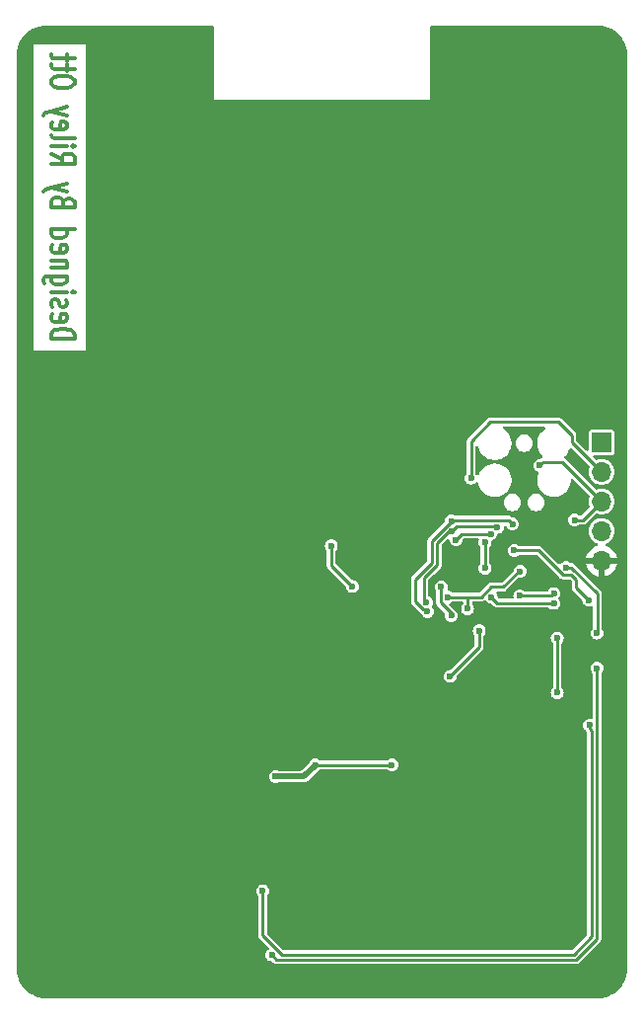
<source format=gbr>
%TF.GenerationSoftware,KiCad,Pcbnew,8.0.1*%
%TF.CreationDate,2024-05-16T01:37:04-04:00*%
%TF.ProjectId,opensauce2024,6f70656e-7361-4756-9365-323032342e6b,rev?*%
%TF.SameCoordinates,Original*%
%TF.FileFunction,Copper,L2,Bot*%
%TF.FilePolarity,Positive*%
%FSLAX46Y46*%
G04 Gerber Fmt 4.6, Leading zero omitted, Abs format (unit mm)*
G04 Created by KiCad (PCBNEW 8.0.1) date 2024-05-16 01:37:04*
%MOMM*%
%LPD*%
G01*
G04 APERTURE LIST*
%ADD10C,0.300000*%
%TA.AperFunction,NonConductor*%
%ADD11C,0.300000*%
%TD*%
%TA.AperFunction,ComponentPad*%
%ADD12R,1.700000X1.700000*%
%TD*%
%TA.AperFunction,ComponentPad*%
%ADD13O,1.700000X1.700000*%
%TD*%
%TA.AperFunction,ViaPad*%
%ADD14C,0.600000*%
%TD*%
%TA.AperFunction,Conductor*%
%ADD15C,0.500000*%
%TD*%
%TA.AperFunction,Conductor*%
%ADD16C,0.250000*%
%TD*%
G04 APERTURE END LIST*
D10*
D11*
X118260361Y-83945489D02*
X120260361Y-83945489D01*
X120260361Y-83945489D02*
X120260361Y-83588346D01*
X120260361Y-83588346D02*
X120165123Y-83374060D01*
X120165123Y-83374060D02*
X119974647Y-83231203D01*
X119974647Y-83231203D02*
X119784171Y-83159774D01*
X119784171Y-83159774D02*
X119403219Y-83088346D01*
X119403219Y-83088346D02*
X119117504Y-83088346D01*
X119117504Y-83088346D02*
X118736552Y-83159774D01*
X118736552Y-83159774D02*
X118546076Y-83231203D01*
X118546076Y-83231203D02*
X118355600Y-83374060D01*
X118355600Y-83374060D02*
X118260361Y-83588346D01*
X118260361Y-83588346D02*
X118260361Y-83945489D01*
X118355600Y-81874060D02*
X118260361Y-82016917D01*
X118260361Y-82016917D02*
X118260361Y-82302632D01*
X118260361Y-82302632D02*
X118355600Y-82445489D01*
X118355600Y-82445489D02*
X118546076Y-82516917D01*
X118546076Y-82516917D02*
X119307980Y-82516917D01*
X119307980Y-82516917D02*
X119498457Y-82445489D01*
X119498457Y-82445489D02*
X119593695Y-82302632D01*
X119593695Y-82302632D02*
X119593695Y-82016917D01*
X119593695Y-82016917D02*
X119498457Y-81874060D01*
X119498457Y-81874060D02*
X119307980Y-81802632D01*
X119307980Y-81802632D02*
X119117504Y-81802632D01*
X119117504Y-81802632D02*
X118927028Y-82516917D01*
X118355600Y-81231203D02*
X118260361Y-81088346D01*
X118260361Y-81088346D02*
X118260361Y-80802632D01*
X118260361Y-80802632D02*
X118355600Y-80659775D01*
X118355600Y-80659775D02*
X118546076Y-80588346D01*
X118546076Y-80588346D02*
X118641314Y-80588346D01*
X118641314Y-80588346D02*
X118831790Y-80659775D01*
X118831790Y-80659775D02*
X118927028Y-80802632D01*
X118927028Y-80802632D02*
X118927028Y-81016918D01*
X118927028Y-81016918D02*
X119022266Y-81159775D01*
X119022266Y-81159775D02*
X119212742Y-81231203D01*
X119212742Y-81231203D02*
X119307980Y-81231203D01*
X119307980Y-81231203D02*
X119498457Y-81159775D01*
X119498457Y-81159775D02*
X119593695Y-81016918D01*
X119593695Y-81016918D02*
X119593695Y-80802632D01*
X119593695Y-80802632D02*
X119498457Y-80659775D01*
X118260361Y-79945489D02*
X119593695Y-79945489D01*
X120260361Y-79945489D02*
X120165123Y-80016917D01*
X120165123Y-80016917D02*
X120069885Y-79945489D01*
X120069885Y-79945489D02*
X120165123Y-79874060D01*
X120165123Y-79874060D02*
X120260361Y-79945489D01*
X120260361Y-79945489D02*
X120069885Y-79945489D01*
X119593695Y-78588346D02*
X117974647Y-78588346D01*
X117974647Y-78588346D02*
X117784171Y-78659774D01*
X117784171Y-78659774D02*
X117688933Y-78731203D01*
X117688933Y-78731203D02*
X117593695Y-78874060D01*
X117593695Y-78874060D02*
X117593695Y-79088346D01*
X117593695Y-79088346D02*
X117688933Y-79231203D01*
X118355600Y-78588346D02*
X118260361Y-78731203D01*
X118260361Y-78731203D02*
X118260361Y-79016917D01*
X118260361Y-79016917D02*
X118355600Y-79159774D01*
X118355600Y-79159774D02*
X118450838Y-79231203D01*
X118450838Y-79231203D02*
X118641314Y-79302631D01*
X118641314Y-79302631D02*
X119212742Y-79302631D01*
X119212742Y-79302631D02*
X119403219Y-79231203D01*
X119403219Y-79231203D02*
X119498457Y-79159774D01*
X119498457Y-79159774D02*
X119593695Y-79016917D01*
X119593695Y-79016917D02*
X119593695Y-78731203D01*
X119593695Y-78731203D02*
X119498457Y-78588346D01*
X119593695Y-77874060D02*
X118260361Y-77874060D01*
X119403219Y-77874060D02*
X119498457Y-77802631D01*
X119498457Y-77802631D02*
X119593695Y-77659774D01*
X119593695Y-77659774D02*
X119593695Y-77445488D01*
X119593695Y-77445488D02*
X119498457Y-77302631D01*
X119498457Y-77302631D02*
X119307980Y-77231203D01*
X119307980Y-77231203D02*
X118260361Y-77231203D01*
X118355600Y-75945488D02*
X118260361Y-76088345D01*
X118260361Y-76088345D02*
X118260361Y-76374060D01*
X118260361Y-76374060D02*
X118355600Y-76516917D01*
X118355600Y-76516917D02*
X118546076Y-76588345D01*
X118546076Y-76588345D02*
X119307980Y-76588345D01*
X119307980Y-76588345D02*
X119498457Y-76516917D01*
X119498457Y-76516917D02*
X119593695Y-76374060D01*
X119593695Y-76374060D02*
X119593695Y-76088345D01*
X119593695Y-76088345D02*
X119498457Y-75945488D01*
X119498457Y-75945488D02*
X119307980Y-75874060D01*
X119307980Y-75874060D02*
X119117504Y-75874060D01*
X119117504Y-75874060D02*
X118927028Y-76588345D01*
X118260361Y-74588346D02*
X120260361Y-74588346D01*
X118355600Y-74588346D02*
X118260361Y-74731203D01*
X118260361Y-74731203D02*
X118260361Y-75016917D01*
X118260361Y-75016917D02*
X118355600Y-75159774D01*
X118355600Y-75159774D02*
X118450838Y-75231203D01*
X118450838Y-75231203D02*
X118641314Y-75302631D01*
X118641314Y-75302631D02*
X119212742Y-75302631D01*
X119212742Y-75302631D02*
X119403219Y-75231203D01*
X119403219Y-75231203D02*
X119498457Y-75159774D01*
X119498457Y-75159774D02*
X119593695Y-75016917D01*
X119593695Y-75016917D02*
X119593695Y-74731203D01*
X119593695Y-74731203D02*
X119498457Y-74588346D01*
X119307980Y-72231203D02*
X119212742Y-72016917D01*
X119212742Y-72016917D02*
X119117504Y-71945488D01*
X119117504Y-71945488D02*
X118927028Y-71874060D01*
X118927028Y-71874060D02*
X118641314Y-71874060D01*
X118641314Y-71874060D02*
X118450838Y-71945488D01*
X118450838Y-71945488D02*
X118355600Y-72016917D01*
X118355600Y-72016917D02*
X118260361Y-72159774D01*
X118260361Y-72159774D02*
X118260361Y-72731203D01*
X118260361Y-72731203D02*
X120260361Y-72731203D01*
X120260361Y-72731203D02*
X120260361Y-72231203D01*
X120260361Y-72231203D02*
X120165123Y-72088346D01*
X120165123Y-72088346D02*
X120069885Y-72016917D01*
X120069885Y-72016917D02*
X119879409Y-71945488D01*
X119879409Y-71945488D02*
X119688933Y-71945488D01*
X119688933Y-71945488D02*
X119498457Y-72016917D01*
X119498457Y-72016917D02*
X119403219Y-72088346D01*
X119403219Y-72088346D02*
X119307980Y-72231203D01*
X119307980Y-72231203D02*
X119307980Y-72731203D01*
X119593695Y-71374060D02*
X118260361Y-71016917D01*
X119593695Y-70659774D02*
X118260361Y-71016917D01*
X118260361Y-71016917D02*
X117784171Y-71159774D01*
X117784171Y-71159774D02*
X117688933Y-71231203D01*
X117688933Y-71231203D02*
X117593695Y-71374060D01*
X118260361Y-68088346D02*
X119212742Y-68588346D01*
X118260361Y-68945489D02*
X120260361Y-68945489D01*
X120260361Y-68945489D02*
X120260361Y-68374060D01*
X120260361Y-68374060D02*
X120165123Y-68231203D01*
X120165123Y-68231203D02*
X120069885Y-68159774D01*
X120069885Y-68159774D02*
X119879409Y-68088346D01*
X119879409Y-68088346D02*
X119593695Y-68088346D01*
X119593695Y-68088346D02*
X119403219Y-68159774D01*
X119403219Y-68159774D02*
X119307980Y-68231203D01*
X119307980Y-68231203D02*
X119212742Y-68374060D01*
X119212742Y-68374060D02*
X119212742Y-68945489D01*
X118260361Y-67445489D02*
X119593695Y-67445489D01*
X120260361Y-67445489D02*
X120165123Y-67516917D01*
X120165123Y-67516917D02*
X120069885Y-67445489D01*
X120069885Y-67445489D02*
X120165123Y-67374060D01*
X120165123Y-67374060D02*
X120260361Y-67445489D01*
X120260361Y-67445489D02*
X120069885Y-67445489D01*
X118260361Y-66516917D02*
X118355600Y-66659774D01*
X118355600Y-66659774D02*
X118546076Y-66731203D01*
X118546076Y-66731203D02*
X120260361Y-66731203D01*
X118355600Y-65374060D02*
X118260361Y-65516917D01*
X118260361Y-65516917D02*
X118260361Y-65802632D01*
X118260361Y-65802632D02*
X118355600Y-65945489D01*
X118355600Y-65945489D02*
X118546076Y-66016917D01*
X118546076Y-66016917D02*
X119307980Y-66016917D01*
X119307980Y-66016917D02*
X119498457Y-65945489D01*
X119498457Y-65945489D02*
X119593695Y-65802632D01*
X119593695Y-65802632D02*
X119593695Y-65516917D01*
X119593695Y-65516917D02*
X119498457Y-65374060D01*
X119498457Y-65374060D02*
X119307980Y-65302632D01*
X119307980Y-65302632D02*
X119117504Y-65302632D01*
X119117504Y-65302632D02*
X118927028Y-66016917D01*
X119593695Y-64802632D02*
X118260361Y-64445489D01*
X119593695Y-64088346D02*
X118260361Y-64445489D01*
X118260361Y-64445489D02*
X117784171Y-64588346D01*
X117784171Y-64588346D02*
X117688933Y-64659775D01*
X117688933Y-64659775D02*
X117593695Y-64802632D01*
X120260361Y-62088346D02*
X120260361Y-61802632D01*
X120260361Y-61802632D02*
X120165123Y-61659775D01*
X120165123Y-61659775D02*
X119974647Y-61516918D01*
X119974647Y-61516918D02*
X119593695Y-61445489D01*
X119593695Y-61445489D02*
X118927028Y-61445489D01*
X118927028Y-61445489D02*
X118546076Y-61516918D01*
X118546076Y-61516918D02*
X118355600Y-61659775D01*
X118355600Y-61659775D02*
X118260361Y-61802632D01*
X118260361Y-61802632D02*
X118260361Y-62088346D01*
X118260361Y-62088346D02*
X118355600Y-62231204D01*
X118355600Y-62231204D02*
X118546076Y-62374061D01*
X118546076Y-62374061D02*
X118927028Y-62445489D01*
X118927028Y-62445489D02*
X119593695Y-62445489D01*
X119593695Y-62445489D02*
X119974647Y-62374061D01*
X119974647Y-62374061D02*
X120165123Y-62231204D01*
X120165123Y-62231204D02*
X120260361Y-62088346D01*
X119593695Y-61016917D02*
X119593695Y-60445489D01*
X120260361Y-60802632D02*
X118546076Y-60802632D01*
X118546076Y-60802632D02*
X118355600Y-60731203D01*
X118355600Y-60731203D02*
X118260361Y-60588346D01*
X118260361Y-60588346D02*
X118260361Y-60445489D01*
X119593695Y-60159774D02*
X119593695Y-59588346D01*
X120260361Y-59945489D02*
X118546076Y-59945489D01*
X118546076Y-59945489D02*
X118355600Y-59874060D01*
X118355600Y-59874060D02*
X118260361Y-59731203D01*
X118260361Y-59731203D02*
X118260361Y-59588346D01*
D12*
%TO.P,J2,1,Pin_1*%
%TO.N,+3.3V*%
X165500000Y-92840000D03*
D13*
%TO.P,J2,2,Pin_2*%
%TO.N,RESET*%
X165500000Y-95380000D03*
%TO.P,J2,3,Pin_3*%
%TO.N,SWCLK*%
X165500000Y-97920000D03*
%TO.P,J2,4,Pin_4*%
%TO.N,SWDIO*%
X165500000Y-100460000D03*
%TO.P,J2,5,Pin_5*%
%TO.N,GND*%
X165500000Y-103000000D03*
%TD*%
D14*
%TO.N,GND*%
X149000000Y-122400000D03*
X148300000Y-122400000D03*
X129250000Y-115250000D03*
%TO.N,+6V*%
X137500000Y-121500000D03*
%TO.N,GND*%
X151750000Y-117000000D03*
X150250000Y-117000000D03*
X151000000Y-117000000D03*
X163000000Y-112400000D03*
X154800000Y-102500000D03*
X162700000Y-104900000D03*
X150300000Y-111600000D03*
X164500000Y-107275000D03*
X158800000Y-97500000D03*
X150300000Y-102900000D03*
X133500000Y-121400000D03*
X152200000Y-96900000D03*
X138450000Y-134500000D03*
X152820558Y-102018763D03*
X148500000Y-115806300D03*
X157000000Y-112400000D03*
X133500000Y-120700000D03*
X149200000Y-110600000D03*
X155800000Y-114000000D03*
X149200000Y-101900000D03*
X150300000Y-110600000D03*
X152900000Y-110800000D03*
X149200000Y-102900000D03*
X149200000Y-111600000D03*
X150300000Y-101900000D03*
%TO.N,+6V*%
X147500000Y-120500000D03*
X140925000Y-120500000D03*
%TO.N,RESET*%
X154300000Y-95900000D03*
X155500000Y-101400000D03*
X155500000Y-103625000D03*
%TO.N,Net-(D16-K)*%
X142300000Y-101700000D03*
X144100000Y-105200000D03*
%TO.N,SWCLK*%
X160210326Y-94818849D03*
X163200000Y-99500000D03*
%TO.N,KEEP POWER ON*%
X165100000Y-112200000D03*
X137200000Y-136800000D03*
X162441942Y-103558058D03*
X165100000Y-109200000D03*
%TO.N,SCLK*%
X150450297Y-106549703D03*
X152642228Y-100484456D03*
X156565687Y-100134313D03*
%TO.N,NSS*%
X158479572Y-106012000D03*
X161400000Y-105800000D03*
%TO.N,LATCH*%
X157850000Y-99850000D03*
X152600000Y-99600000D03*
X150556779Y-107342587D03*
%TO.N,SCK*%
X161400000Y-106637000D03*
X156023562Y-106110322D03*
%TO.N,WAKE2*%
X158000000Y-102100000D03*
X164400000Y-106363000D03*
%TO.N,SDATA*%
X153000000Y-101200000D03*
X156000000Y-100700000D03*
%TO.N,BLANK*%
X158500000Y-103900000D03*
X152500000Y-112900000D03*
X152300000Y-106105418D03*
X154000000Y-107100000D03*
X155000000Y-109000000D03*
%TO.N,Net-(Q2-D)*%
X164475000Y-117100000D03*
X161700000Y-114300000D03*
X161700000Y-109625000D03*
X136400000Y-131300000D03*
%TO.N,Net-(U3-SOUT)*%
X152600000Y-107700000D03*
X151725000Y-105241116D03*
%TD*%
D15*
%TO.N,+6V*%
X139925000Y-121500000D02*
X140925000Y-120500000D01*
X137500000Y-121500000D02*
X139925000Y-121500000D01*
D16*
%TO.N,SCK*%
X156023562Y-106110322D02*
X156550240Y-106637000D01*
X156550240Y-106637000D02*
X161400000Y-106637000D01*
%TO.N,BLANK*%
X156000000Y-105250000D02*
X157031154Y-105250000D01*
X155144582Y-106105418D02*
X156000000Y-105250000D01*
X157031154Y-105250000D02*
X158381154Y-103900000D01*
X158381154Y-103900000D02*
X158500000Y-103900000D01*
X154800000Y-106105418D02*
X155144582Y-106105418D01*
X155000000Y-110400000D02*
X152500000Y-112900000D01*
X155000000Y-109000000D02*
X155000000Y-110400000D01*
X154000000Y-106105418D02*
X154800000Y-106105418D01*
X154000000Y-107100000D02*
X154000000Y-106105418D01*
%TO.N,+6V*%
X147500000Y-120500000D02*
X140925000Y-120500000D01*
%TO.N,RESET*%
X155935362Y-91100000D02*
X154300000Y-92735362D01*
X155500000Y-103625000D02*
X155500000Y-101400000D01*
X161794638Y-91100000D02*
X155935362Y-91100000D01*
X162967450Y-92272812D02*
X161794638Y-91100000D01*
X162967450Y-92847450D02*
X162967450Y-92272812D01*
X165500000Y-95380000D02*
X162967450Y-92847450D01*
X154300000Y-92735362D02*
X154300000Y-95900000D01*
%TO.N,Net-(D16-K)*%
X142300000Y-103400000D02*
X142300000Y-101700000D01*
X144100000Y-105200000D02*
X142300000Y-103400000D01*
%TO.N,SWCLK*%
X160496625Y-94532550D02*
X162112550Y-94532550D01*
X162112550Y-94532550D02*
X165500000Y-97920000D01*
X163200000Y-99500000D02*
X163920000Y-99500000D01*
X163920000Y-99500000D02*
X165500000Y-97920000D01*
X160210326Y-94818849D02*
X160496625Y-94532550D01*
%TO.N,KEEP POWER ON*%
X163300000Y-137200000D02*
X162600000Y-137200000D01*
X162600000Y-137200000D02*
X138500000Y-137200000D01*
X138500000Y-137200000D02*
X137600000Y-137200000D01*
X165125000Y-105804720D02*
X162878338Y-103558058D01*
X165100000Y-109200000D02*
X165125000Y-109175000D01*
X162878338Y-103558058D02*
X162441942Y-103558058D01*
X137600000Y-137200000D02*
X137200000Y-136800000D01*
X165125000Y-109175000D02*
X165125000Y-105804720D01*
X165100000Y-135400000D02*
X163300000Y-137200000D01*
X165100000Y-112200000D02*
X165100000Y-135400000D01*
%TO.N,SCLK*%
X152351940Y-100484456D02*
X152642228Y-100484456D01*
X150233517Y-104486763D02*
X151375000Y-103345280D01*
X150233517Y-106332923D02*
X150233517Y-104486763D01*
X156565687Y-100134313D02*
X156506374Y-100075000D01*
X151375000Y-101461396D02*
X152351940Y-100484456D01*
X150450297Y-106549703D02*
X150233517Y-106332923D01*
X151375000Y-103345280D02*
X151375000Y-101461396D01*
X153051684Y-100075000D02*
X152642228Y-100484456D01*
X156506374Y-100075000D02*
X153051684Y-100075000D01*
%TO.N,NSS*%
X158479572Y-106012000D02*
X161188000Y-106012000D01*
X161188000Y-106012000D02*
X161400000Y-105800000D01*
%TO.N,LATCH*%
X149500000Y-104583884D02*
X150925000Y-103158884D01*
X150388895Y-107174703D02*
X150191413Y-107174703D01*
X150925000Y-101275000D02*
X152600000Y-99600000D01*
X150191413Y-107174703D02*
X149500000Y-106483290D01*
X157509313Y-99509313D02*
X152690687Y-99509313D01*
X150556779Y-107342587D02*
X150388895Y-107174703D01*
X157850000Y-99850000D02*
X157509313Y-99509313D01*
X149500000Y-106483290D02*
X149500000Y-104583884D01*
X152690687Y-99509313D02*
X152600000Y-99600000D01*
X150925000Y-103158884D02*
X150925000Y-101275000D01*
%TO.N,WAKE2*%
X162883884Y-104200000D02*
X163325000Y-104641116D01*
X158000000Y-102100000D02*
X160100000Y-102100000D01*
X163325000Y-104641116D02*
X163325000Y-105288000D01*
X163325000Y-105288000D02*
X164400000Y-106363000D01*
X162200000Y-104200000D02*
X162883884Y-104200000D01*
X160100000Y-102100000D02*
X162200000Y-104200000D01*
%TO.N,SDATA*%
X156000000Y-100700000D02*
X153500000Y-100700000D01*
X153500000Y-100700000D02*
X153000000Y-101200000D01*
%TO.N,BLANK*%
X152300000Y-106105418D02*
X154800000Y-106105418D01*
%TO.N,Net-(Q2-D)*%
X164650000Y-117550000D02*
X164650000Y-134900000D01*
X164475000Y-117375000D02*
X164650000Y-117550000D01*
X137900000Y-136600000D02*
X136400000Y-135100000D01*
X164650000Y-134900000D02*
X164650000Y-135213604D01*
X162300000Y-136750000D02*
X138050000Y-136750000D01*
X164475000Y-117100000D02*
X164475000Y-117375000D01*
X164650000Y-135213604D02*
X163113604Y-136750000D01*
X136400000Y-135100000D02*
X136400000Y-131300000D01*
X161700000Y-109625000D02*
X161700000Y-114300000D01*
X138050000Y-136750000D02*
X137900000Y-136600000D01*
X163113604Y-136750000D02*
X162300000Y-136750000D01*
%TO.N,Net-(U3-SOUT)*%
X151725000Y-105241116D02*
X151675000Y-105291116D01*
X151675000Y-105291116D02*
X151675000Y-106575000D01*
X152600000Y-107500000D02*
X152600000Y-107700000D01*
X151675000Y-106575000D02*
X152600000Y-107500000D01*
%TD*%
%TA.AperFunction,Conductor*%
%TO.N,GND*%
G36*
X132143039Y-57120185D02*
G01*
X132188794Y-57172989D01*
X132200000Y-57224500D01*
X132200000Y-63500000D01*
X150800000Y-63500000D01*
X150800000Y-57224500D01*
X150819685Y-57157461D01*
X150872489Y-57111706D01*
X150924000Y-57100500D01*
X165134108Y-57100500D01*
X165196249Y-57100500D01*
X165203736Y-57100726D01*
X165493796Y-57118271D01*
X165508657Y-57120075D01*
X165712662Y-57157461D01*
X165790798Y-57171780D01*
X165805335Y-57175363D01*
X166079172Y-57260695D01*
X166093163Y-57266000D01*
X166354743Y-57383727D01*
X166367989Y-57390680D01*
X166613465Y-57539075D01*
X166625776Y-57547573D01*
X166851573Y-57724473D01*
X166862781Y-57734403D01*
X167065596Y-57937218D01*
X167075526Y-57948426D01*
X167195481Y-58101538D01*
X167252422Y-58174217D01*
X167260928Y-58186540D01*
X167409316Y-58432004D01*
X167416275Y-58445263D01*
X167533997Y-58706831D01*
X167539306Y-58720832D01*
X167624635Y-58994663D01*
X167628219Y-59009201D01*
X167679923Y-59291340D01*
X167681728Y-59306205D01*
X167699274Y-59596263D01*
X167699500Y-59603750D01*
X167699500Y-137996249D01*
X167699274Y-138003736D01*
X167681728Y-138293794D01*
X167679923Y-138308659D01*
X167628219Y-138590798D01*
X167624635Y-138605336D01*
X167539306Y-138879167D01*
X167533997Y-138893168D01*
X167416275Y-139154736D01*
X167409316Y-139167995D01*
X167260928Y-139413459D01*
X167252422Y-139425782D01*
X167075526Y-139651573D01*
X167065596Y-139662781D01*
X166862781Y-139865596D01*
X166851573Y-139875526D01*
X166625782Y-140052422D01*
X166613459Y-140060928D01*
X166367995Y-140209316D01*
X166354736Y-140216275D01*
X166093168Y-140333997D01*
X166079167Y-140339306D01*
X165805336Y-140424635D01*
X165790798Y-140428219D01*
X165508659Y-140479923D01*
X165493794Y-140481728D01*
X165203736Y-140499274D01*
X165196249Y-140499500D01*
X117803751Y-140499500D01*
X117796264Y-140499274D01*
X117506205Y-140481728D01*
X117491340Y-140479923D01*
X117209201Y-140428219D01*
X117194663Y-140424635D01*
X116920832Y-140339306D01*
X116906831Y-140333997D01*
X116645263Y-140216275D01*
X116632004Y-140209316D01*
X116386540Y-140060928D01*
X116374217Y-140052422D01*
X116148426Y-139875526D01*
X116137218Y-139865596D01*
X115934403Y-139662781D01*
X115924473Y-139651573D01*
X115747573Y-139425776D01*
X115739075Y-139413465D01*
X115590680Y-139167989D01*
X115583727Y-139154743D01*
X115466000Y-138893163D01*
X115460693Y-138879167D01*
X115375364Y-138605336D01*
X115371780Y-138590798D01*
X115320076Y-138308659D01*
X115318271Y-138293794D01*
X115300726Y-138003736D01*
X115300500Y-137996249D01*
X115300500Y-131300000D01*
X135844750Y-131300000D01*
X135863670Y-131443708D01*
X135863671Y-131443712D01*
X135919137Y-131577622D01*
X135919138Y-131577624D01*
X135919139Y-131577625D01*
X135998876Y-131681540D01*
X136024070Y-131746709D01*
X136024500Y-131757026D01*
X136024500Y-135149435D01*
X136047992Y-135237110D01*
X136050091Y-135244942D01*
X136050092Y-135244943D01*
X136067734Y-135275499D01*
X136067735Y-135275500D01*
X136099526Y-135330563D01*
X136099528Y-135330565D01*
X136916166Y-136147203D01*
X136949651Y-136208526D01*
X136944667Y-136278218D01*
X136903972Y-136333259D01*
X136807381Y-136407376D01*
X136719137Y-136522377D01*
X136663671Y-136656287D01*
X136663670Y-136656291D01*
X136644750Y-136799999D01*
X136644750Y-136800000D01*
X136663670Y-136943708D01*
X136663671Y-136943712D01*
X136719137Y-137077622D01*
X136719138Y-137077624D01*
X136719139Y-137077625D01*
X136807379Y-137192621D01*
X136922375Y-137280861D01*
X137056291Y-137336330D01*
X137186153Y-137353427D01*
X137250048Y-137381692D01*
X137257647Y-137388684D01*
X137299525Y-137430562D01*
X137369438Y-137500475D01*
X137455059Y-137549908D01*
X137455062Y-137549910D01*
X137502811Y-137562705D01*
X137502812Y-137562705D01*
X137512903Y-137565408D01*
X137550564Y-137575500D01*
X137550565Y-137575500D01*
X137550566Y-137575500D01*
X163349435Y-137575500D01*
X163349436Y-137575500D01*
X163397186Y-137562705D01*
X163444938Y-137549910D01*
X163530562Y-137500475D01*
X163600475Y-137430562D01*
X165400474Y-135630563D01*
X165400475Y-135630562D01*
X165449910Y-135544938D01*
X165475500Y-135449435D01*
X165475500Y-112657026D01*
X165495185Y-112589987D01*
X165501117Y-112581547D01*
X165580861Y-112477625D01*
X165636330Y-112343709D01*
X165655250Y-112200000D01*
X165636330Y-112056291D01*
X165580861Y-111922375D01*
X165492621Y-111807379D01*
X165377625Y-111719139D01*
X165377624Y-111719138D01*
X165377622Y-111719137D01*
X165243712Y-111663671D01*
X165243710Y-111663670D01*
X165243709Y-111663670D01*
X165171854Y-111654210D01*
X165100001Y-111644750D01*
X165099999Y-111644750D01*
X164956291Y-111663670D01*
X164956287Y-111663671D01*
X164822377Y-111719137D01*
X164707379Y-111807379D01*
X164619137Y-111922377D01*
X164563671Y-112056287D01*
X164563670Y-112056291D01*
X164544750Y-112199999D01*
X164544750Y-112200000D01*
X164563670Y-112343708D01*
X164563671Y-112343712D01*
X164619137Y-112477622D01*
X164619138Y-112477624D01*
X164619139Y-112477625D01*
X164698876Y-112581540D01*
X164724070Y-112646709D01*
X164724500Y-112657026D01*
X164724500Y-116436202D01*
X164704815Y-116503241D01*
X164652011Y-116548996D01*
X164584315Y-116559141D01*
X164475002Y-116544750D01*
X164474999Y-116544750D01*
X164331291Y-116563670D01*
X164331287Y-116563671D01*
X164197377Y-116619137D01*
X164082379Y-116707379D01*
X163994137Y-116822377D01*
X163938671Y-116956287D01*
X163938670Y-116956291D01*
X163919750Y-117100000D01*
X163938670Y-117243709D01*
X163994139Y-117377625D01*
X164082379Y-117492621D01*
X164111177Y-117514718D01*
X164143079Y-117551095D01*
X164174524Y-117605560D01*
X164174526Y-117605563D01*
X164238181Y-117669218D01*
X164271666Y-117730541D01*
X164274500Y-117756899D01*
X164274500Y-135006705D01*
X164254815Y-135073744D01*
X164238181Y-135094386D01*
X162994386Y-136338181D01*
X162933063Y-136371666D01*
X162906705Y-136374500D01*
X138256899Y-136374500D01*
X138189860Y-136354815D01*
X138169218Y-136338181D01*
X136811819Y-134980782D01*
X136778334Y-134919459D01*
X136775500Y-134893101D01*
X136775500Y-131757026D01*
X136795185Y-131689987D01*
X136801117Y-131681547D01*
X136880861Y-131577625D01*
X136936330Y-131443709D01*
X136955250Y-131300000D01*
X136936330Y-131156291D01*
X136880861Y-131022375D01*
X136792621Y-130907379D01*
X136677625Y-130819139D01*
X136677624Y-130819138D01*
X136677622Y-130819137D01*
X136543712Y-130763671D01*
X136543710Y-130763670D01*
X136543709Y-130763670D01*
X136471854Y-130754210D01*
X136400001Y-130744750D01*
X136399999Y-130744750D01*
X136256291Y-130763670D01*
X136256287Y-130763671D01*
X136122377Y-130819137D01*
X136007379Y-130907379D01*
X135919137Y-131022377D01*
X135863671Y-131156287D01*
X135863670Y-131156291D01*
X135844750Y-131299999D01*
X135844750Y-131300000D01*
X115300500Y-131300000D01*
X115300500Y-121500000D01*
X136944750Y-121500000D01*
X136963670Y-121643708D01*
X136963671Y-121643712D01*
X137019137Y-121777622D01*
X137019138Y-121777624D01*
X137019139Y-121777625D01*
X137107379Y-121892621D01*
X137222375Y-121980861D01*
X137356291Y-122036330D01*
X137483280Y-122053048D01*
X137499999Y-122055250D01*
X137500000Y-122055250D01*
X137500001Y-122055250D01*
X137535927Y-122050520D01*
X137643709Y-122036330D01*
X137707427Y-122009937D01*
X137754876Y-122000500D01*
X139990890Y-122000500D01*
X139990892Y-122000500D01*
X140118186Y-121966392D01*
X140232314Y-121900500D01*
X141098683Y-121034129D01*
X141138907Y-121007252D01*
X141202625Y-120980861D01*
X141306540Y-120901123D01*
X141371708Y-120875930D01*
X141382026Y-120875500D01*
X147042974Y-120875500D01*
X147110013Y-120895185D01*
X147118452Y-120901117D01*
X147222375Y-120980861D01*
X147222376Y-120980861D01*
X147222377Y-120980862D01*
X147260532Y-120996666D01*
X147356291Y-121036330D01*
X147483280Y-121053048D01*
X147499999Y-121055250D01*
X147500000Y-121055250D01*
X147500001Y-121055250D01*
X147514977Y-121053278D01*
X147643709Y-121036330D01*
X147777625Y-120980861D01*
X147892621Y-120892621D01*
X147980861Y-120777625D01*
X148036330Y-120643709D01*
X148055250Y-120500000D01*
X148036330Y-120356291D01*
X147980861Y-120222375D01*
X147892621Y-120107379D01*
X147777625Y-120019139D01*
X147777624Y-120019138D01*
X147777622Y-120019137D01*
X147643712Y-119963671D01*
X147643710Y-119963670D01*
X147643709Y-119963670D01*
X147571854Y-119954210D01*
X147500001Y-119944750D01*
X147499999Y-119944750D01*
X147356291Y-119963670D01*
X147356287Y-119963671D01*
X147222377Y-120019137D01*
X147175333Y-120055235D01*
X147118459Y-120098876D01*
X147053291Y-120124070D01*
X147042974Y-120124500D01*
X141382026Y-120124500D01*
X141314987Y-120104815D01*
X141306547Y-120098882D01*
X141202625Y-120019139D01*
X141202624Y-120019138D01*
X141202622Y-120019137D01*
X141068712Y-119963671D01*
X141068710Y-119963670D01*
X141068709Y-119963670D01*
X140996854Y-119954210D01*
X140925001Y-119944750D01*
X140924999Y-119944750D01*
X140781291Y-119963670D01*
X140781287Y-119963671D01*
X140647377Y-120019137D01*
X140543460Y-120098876D01*
X140532379Y-120107379D01*
X140519572Y-120124070D01*
X140444137Y-120222378D01*
X140417747Y-120286089D01*
X140390867Y-120326317D01*
X139754005Y-120963181D01*
X139692682Y-120996666D01*
X139666324Y-120999500D01*
X137754876Y-120999500D01*
X137707427Y-120990062D01*
X137643709Y-120963670D01*
X137643708Y-120963669D01*
X137643706Y-120963669D01*
X137500001Y-120944750D01*
X137499999Y-120944750D01*
X137356291Y-120963670D01*
X137356287Y-120963671D01*
X137222377Y-121019137D01*
X137107379Y-121107379D01*
X137019137Y-121222377D01*
X136963671Y-121356287D01*
X136963670Y-121356291D01*
X136944750Y-121499999D01*
X136944750Y-121500000D01*
X115300500Y-121500000D01*
X115300500Y-114300000D01*
X161144750Y-114300000D01*
X161163670Y-114443708D01*
X161163671Y-114443712D01*
X161219137Y-114577622D01*
X161219138Y-114577624D01*
X161219139Y-114577625D01*
X161307379Y-114692621D01*
X161422375Y-114780861D01*
X161556291Y-114836330D01*
X161683280Y-114853048D01*
X161699999Y-114855250D01*
X161700000Y-114855250D01*
X161700001Y-114855250D01*
X161714977Y-114853278D01*
X161843709Y-114836330D01*
X161977625Y-114780861D01*
X162092621Y-114692621D01*
X162180861Y-114577625D01*
X162236330Y-114443709D01*
X162255250Y-114300000D01*
X162236330Y-114156291D01*
X162180861Y-114022375D01*
X162101123Y-113918459D01*
X162075930Y-113853291D01*
X162075500Y-113842974D01*
X162075500Y-110082026D01*
X162095185Y-110014987D01*
X162101117Y-110006547D01*
X162180861Y-109902625D01*
X162236330Y-109768709D01*
X162255250Y-109625000D01*
X162236330Y-109481291D01*
X162180861Y-109347375D01*
X162092621Y-109232379D01*
X161977625Y-109144139D01*
X161977624Y-109144138D01*
X161977622Y-109144137D01*
X161843712Y-109088671D01*
X161843710Y-109088670D01*
X161843709Y-109088670D01*
X161771854Y-109079210D01*
X161700001Y-109069750D01*
X161699999Y-109069750D01*
X161556291Y-109088670D01*
X161556287Y-109088671D01*
X161422377Y-109144137D01*
X161307379Y-109232379D01*
X161219137Y-109347377D01*
X161163671Y-109481287D01*
X161163670Y-109481291D01*
X161144750Y-109624999D01*
X161144750Y-109625000D01*
X161163670Y-109768708D01*
X161163671Y-109768712D01*
X161219137Y-109902622D01*
X161219138Y-109902624D01*
X161219139Y-109902625D01*
X161298876Y-110006540D01*
X161324070Y-110071709D01*
X161324500Y-110082026D01*
X161324500Y-113842974D01*
X161304815Y-113910013D01*
X161298882Y-113918452D01*
X161255235Y-113975333D01*
X161219137Y-114022377D01*
X161163671Y-114156287D01*
X161163670Y-114156291D01*
X161144750Y-114299999D01*
X161144750Y-114300000D01*
X115300500Y-114300000D01*
X115300500Y-112900000D01*
X151944750Y-112900000D01*
X151963670Y-113043708D01*
X151963671Y-113043712D01*
X152019137Y-113177622D01*
X152019138Y-113177624D01*
X152019139Y-113177625D01*
X152107379Y-113292621D01*
X152222375Y-113380861D01*
X152356291Y-113436330D01*
X152483280Y-113453048D01*
X152499999Y-113455250D01*
X152500000Y-113455250D01*
X152500001Y-113455250D01*
X152514977Y-113453278D01*
X152643709Y-113436330D01*
X152777625Y-113380861D01*
X152892621Y-113292621D01*
X152980861Y-113177625D01*
X153036330Y-113043709D01*
X153053427Y-112913844D01*
X153081694Y-112849949D01*
X153088673Y-112842362D01*
X155300474Y-110630563D01*
X155300475Y-110630562D01*
X155349910Y-110544938D01*
X155375500Y-110449435D01*
X155375500Y-109457026D01*
X155395185Y-109389987D01*
X155401117Y-109381547D01*
X155480861Y-109277625D01*
X155536330Y-109143709D01*
X155555250Y-109000000D01*
X155536330Y-108856291D01*
X155480861Y-108722375D01*
X155392621Y-108607379D01*
X155277625Y-108519139D01*
X155277624Y-108519138D01*
X155277622Y-108519137D01*
X155143712Y-108463671D01*
X155143710Y-108463670D01*
X155143709Y-108463670D01*
X155071854Y-108454210D01*
X155000001Y-108444750D01*
X154999999Y-108444750D01*
X154856291Y-108463670D01*
X154856287Y-108463671D01*
X154722377Y-108519137D01*
X154607379Y-108607379D01*
X154519137Y-108722377D01*
X154463671Y-108856287D01*
X154463670Y-108856291D01*
X154444750Y-109000000D01*
X154452160Y-109056287D01*
X154463670Y-109143708D01*
X154463671Y-109143712D01*
X154519137Y-109277622D01*
X154519138Y-109277624D01*
X154519139Y-109277625D01*
X154598876Y-109381540D01*
X154624070Y-109446709D01*
X154624500Y-109457026D01*
X154624500Y-110193100D01*
X154604815Y-110260139D01*
X154588181Y-110280781D01*
X152557647Y-112311314D01*
X152496324Y-112344799D01*
X152486153Y-112346572D01*
X152356291Y-112363670D01*
X152356287Y-112363671D01*
X152222377Y-112419137D01*
X152107379Y-112507379D01*
X152019137Y-112622377D01*
X151963671Y-112756287D01*
X151963670Y-112756291D01*
X151944750Y-112899999D01*
X151944750Y-112900000D01*
X115300500Y-112900000D01*
X115300500Y-106532725D01*
X149124500Y-106532725D01*
X149130042Y-106553407D01*
X149150090Y-106628228D01*
X149171650Y-106665572D01*
X149187724Y-106693412D01*
X149187725Y-106693414D01*
X149187724Y-106693414D01*
X149199522Y-106713847D01*
X149199528Y-106713856D01*
X149585671Y-107099999D01*
X149960850Y-107475178D01*
X149960851Y-107475179D01*
X149960853Y-107475180D01*
X149996673Y-107495860D01*
X150044890Y-107546426D01*
X150049236Y-107555796D01*
X150049439Y-107556287D01*
X150075918Y-107620212D01*
X150164158Y-107735208D01*
X150279154Y-107823448D01*
X150413070Y-107878917D01*
X150540059Y-107895635D01*
X150556778Y-107897837D01*
X150556779Y-107897837D01*
X150556780Y-107897837D01*
X150571756Y-107895865D01*
X150700488Y-107878917D01*
X150834404Y-107823448D01*
X150949400Y-107735208D01*
X151037640Y-107620212D01*
X151093109Y-107486296D01*
X151112029Y-107342587D01*
X151093109Y-107198878D01*
X151037640Y-107064962D01*
X150977748Y-106986910D01*
X150948145Y-106948330D01*
X150922951Y-106883161D01*
X150931960Y-106825392D01*
X150986627Y-106693412D01*
X151005547Y-106549703D01*
X150986627Y-106405994D01*
X150931158Y-106272078D01*
X150842918Y-106157082D01*
X150727922Y-106068842D01*
X150710588Y-106061662D01*
X150685563Y-106051296D01*
X150631160Y-106007454D01*
X150609096Y-105941160D01*
X150609017Y-105936735D01*
X150609017Y-105241116D01*
X151169750Y-105241116D01*
X151188670Y-105384824D01*
X151188671Y-105384828D01*
X151244137Y-105518738D01*
X151244138Y-105518740D01*
X151244139Y-105518741D01*
X151273875Y-105557494D01*
X151299070Y-105622661D01*
X151299500Y-105632980D01*
X151299500Y-106624436D01*
X151302867Y-106637001D01*
X151302868Y-106637004D01*
X151325090Y-106719939D01*
X151342988Y-106750938D01*
X151360886Y-106781938D01*
X151374526Y-106805563D01*
X151374528Y-106805565D01*
X152027594Y-107458631D01*
X152061079Y-107519954D01*
X152062852Y-107562497D01*
X152044750Y-107699997D01*
X152044750Y-107700000D01*
X152063670Y-107843708D01*
X152063671Y-107843712D01*
X152119137Y-107977622D01*
X152119138Y-107977624D01*
X152119139Y-107977625D01*
X152207379Y-108092621D01*
X152322375Y-108180861D01*
X152456291Y-108236330D01*
X152583280Y-108253048D01*
X152599999Y-108255250D01*
X152600000Y-108255250D01*
X152600001Y-108255250D01*
X152614977Y-108253278D01*
X152743709Y-108236330D01*
X152877625Y-108180861D01*
X152992621Y-108092621D01*
X153080861Y-107977625D01*
X153136330Y-107843709D01*
X153155250Y-107700000D01*
X153136330Y-107556291D01*
X153080861Y-107422375D01*
X152992621Y-107307379D01*
X152877625Y-107219139D01*
X152853553Y-107209168D01*
X152813325Y-107182288D01*
X152454071Y-106823034D01*
X152420586Y-106761711D01*
X152425570Y-106692019D01*
X152467442Y-106636086D01*
X152494291Y-106620796D01*
X152577625Y-106586279D01*
X152681540Y-106506541D01*
X152746709Y-106481348D01*
X152757026Y-106480918D01*
X153500500Y-106480918D01*
X153567539Y-106500603D01*
X153613294Y-106553407D01*
X153624500Y-106604918D01*
X153624500Y-106642974D01*
X153604815Y-106710013D01*
X153598882Y-106718452D01*
X153555235Y-106775333D01*
X153519137Y-106822377D01*
X153463671Y-106956287D01*
X153463670Y-106956291D01*
X153444750Y-107100000D01*
X153447101Y-107117861D01*
X153463670Y-107243708D01*
X153463671Y-107243712D01*
X153519137Y-107377622D01*
X153519138Y-107377624D01*
X153519139Y-107377625D01*
X153607379Y-107492621D01*
X153722375Y-107580861D01*
X153856291Y-107636330D01*
X153983280Y-107653048D01*
X153999999Y-107655250D01*
X154000000Y-107655250D01*
X154000001Y-107655250D01*
X154014977Y-107653278D01*
X154143709Y-107636330D01*
X154277625Y-107580861D01*
X154392621Y-107492621D01*
X154480861Y-107377625D01*
X154536330Y-107243709D01*
X154555250Y-107100000D01*
X154536330Y-106956291D01*
X154480861Y-106822375D01*
X154401123Y-106718459D01*
X154375930Y-106653291D01*
X154375500Y-106642974D01*
X154375500Y-106604918D01*
X154395185Y-106537879D01*
X154447989Y-106492124D01*
X154499500Y-106480918D01*
X155194017Y-106480918D01*
X155194018Y-106480918D01*
X155241768Y-106468123D01*
X155289520Y-106455328D01*
X155375144Y-106405893D01*
X155377759Y-106403277D01*
X155380511Y-106401774D01*
X155381594Y-106400944D01*
X155381723Y-106401112D01*
X155439078Y-106369790D01*
X155508770Y-106374771D01*
X155563818Y-106415468D01*
X155604223Y-106468124D01*
X155630941Y-106502943D01*
X155745937Y-106591183D01*
X155879853Y-106646652D01*
X156009715Y-106663749D01*
X156073610Y-106692014D01*
X156081209Y-106699006D01*
X156249765Y-106867562D01*
X156319678Y-106937475D01*
X156405302Y-106986910D01*
X156453051Y-106999705D01*
X156453052Y-106999705D01*
X156463143Y-107002408D01*
X156500804Y-107012500D01*
X156500805Y-107012500D01*
X160942974Y-107012500D01*
X161010013Y-107032185D01*
X161018452Y-107038117D01*
X161122375Y-107117861D01*
X161256291Y-107173330D01*
X161383280Y-107190048D01*
X161399999Y-107192250D01*
X161400000Y-107192250D01*
X161400001Y-107192250D01*
X161414977Y-107190278D01*
X161543709Y-107173330D01*
X161677625Y-107117861D01*
X161792621Y-107029621D01*
X161880861Y-106914625D01*
X161936330Y-106780709D01*
X161955250Y-106637000D01*
X161936330Y-106493291D01*
X161880861Y-106359375D01*
X161830684Y-106293983D01*
X161805491Y-106228819D01*
X161819529Y-106160374D01*
X161830678Y-106143024D01*
X161880861Y-106077625D01*
X161936330Y-105943709D01*
X161955250Y-105800000D01*
X161936330Y-105656291D01*
X161880861Y-105522375D01*
X161792621Y-105407379D01*
X161677625Y-105319139D01*
X161677624Y-105319138D01*
X161677622Y-105319137D01*
X161543712Y-105263671D01*
X161543710Y-105263670D01*
X161543709Y-105263670D01*
X161471854Y-105254210D01*
X161400001Y-105244750D01*
X161399999Y-105244750D01*
X161256291Y-105263670D01*
X161256287Y-105263671D01*
X161122377Y-105319137D01*
X161007379Y-105407379D01*
X160919137Y-105522377D01*
X160903574Y-105559952D01*
X160859733Y-105614356D01*
X160793439Y-105636421D01*
X160789013Y-105636500D01*
X158936598Y-105636500D01*
X158869559Y-105616815D01*
X158861119Y-105610882D01*
X158757197Y-105531139D01*
X158757196Y-105531138D01*
X158757194Y-105531137D01*
X158623284Y-105475671D01*
X158623282Y-105475670D01*
X158623281Y-105475670D01*
X158551426Y-105466210D01*
X158479573Y-105456750D01*
X158479571Y-105456750D01*
X158335863Y-105475670D01*
X158335859Y-105475671D01*
X158201949Y-105531137D01*
X158086951Y-105619379D01*
X157998709Y-105734377D01*
X157943243Y-105868287D01*
X157943242Y-105868291D01*
X157924921Y-106007454D01*
X157924322Y-106012000D01*
X157932961Y-106077622D01*
X157938714Y-106121314D01*
X157927949Y-106190349D01*
X157881569Y-106242605D01*
X157815775Y-106261500D01*
X156757139Y-106261500D01*
X156690100Y-106241815D01*
X156669458Y-106225181D01*
X156612246Y-106167969D01*
X156578761Y-106106646D01*
X156576990Y-106096489D01*
X156559892Y-105966613D01*
X156504423Y-105832697D01*
X156504422Y-105832696D01*
X156504422Y-105832695D01*
X156498507Y-105824987D01*
X156473312Y-105759818D01*
X156487350Y-105691373D01*
X156536163Y-105641383D01*
X156596882Y-105625500D01*
X157080589Y-105625500D01*
X157080590Y-105625500D01*
X157128340Y-105612705D01*
X157176092Y-105599910D01*
X157261716Y-105550475D01*
X157331629Y-105480562D01*
X158330345Y-104481844D01*
X158391666Y-104448361D01*
X158434210Y-104446588D01*
X158499999Y-104455250D01*
X158499999Y-104455249D01*
X158500000Y-104455250D01*
X158643709Y-104436330D01*
X158777625Y-104380861D01*
X158892621Y-104292621D01*
X158980861Y-104177625D01*
X159036330Y-104043709D01*
X159055250Y-103900000D01*
X159036330Y-103756291D01*
X158980861Y-103622375D01*
X158892621Y-103507379D01*
X158777625Y-103419139D01*
X158777624Y-103419138D01*
X158777622Y-103419137D01*
X158643712Y-103363671D01*
X158643710Y-103363670D01*
X158643709Y-103363670D01*
X158519954Y-103347377D01*
X158500001Y-103344750D01*
X158499999Y-103344750D01*
X158356291Y-103363670D01*
X158356287Y-103363671D01*
X158222377Y-103419137D01*
X158107379Y-103507379D01*
X158019137Y-103622377D01*
X157963670Y-103756288D01*
X157961566Y-103764143D01*
X157958400Y-103763294D01*
X157936308Y-103813203D01*
X157929334Y-103820781D01*
X156911936Y-104838181D01*
X156850613Y-104871666D01*
X156824255Y-104874500D01*
X155950564Y-104874500D01*
X155855063Y-104900089D01*
X155855060Y-104900090D01*
X155769440Y-104949522D01*
X155769435Y-104949526D01*
X155025364Y-105693599D01*
X154964041Y-105727084D01*
X154937683Y-105729918D01*
X152757026Y-105729918D01*
X152689987Y-105710233D01*
X152681547Y-105704300D01*
X152577625Y-105624557D01*
X152577624Y-105624556D01*
X152577622Y-105624555D01*
X152443712Y-105569089D01*
X152443710Y-105569088D01*
X152443709Y-105569088D01*
X152358599Y-105557882D01*
X152294704Y-105529616D01*
X152256233Y-105471292D01*
X152255402Y-105401427D01*
X152260221Y-105387502D01*
X152261330Y-105384825D01*
X152280250Y-105241116D01*
X152261330Y-105097407D01*
X152205861Y-104963491D01*
X152117621Y-104848495D01*
X152002625Y-104760255D01*
X152002624Y-104760254D01*
X152002622Y-104760253D01*
X151868712Y-104704787D01*
X151868710Y-104704786D01*
X151868709Y-104704786D01*
X151796854Y-104695326D01*
X151725001Y-104685866D01*
X151724999Y-104685866D01*
X151581291Y-104704786D01*
X151581287Y-104704787D01*
X151447377Y-104760253D01*
X151332379Y-104848495D01*
X151244137Y-104963493D01*
X151188671Y-105097403D01*
X151188670Y-105097407D01*
X151169750Y-105241115D01*
X151169750Y-105241116D01*
X150609017Y-105241116D01*
X150609017Y-104693662D01*
X150628702Y-104626623D01*
X150645336Y-104605981D01*
X151089989Y-104161328D01*
X151675475Y-103575843D01*
X151724911Y-103490217D01*
X151750500Y-103394716D01*
X151750500Y-103295844D01*
X151750500Y-101668295D01*
X151770185Y-101601256D01*
X151786819Y-101580614D01*
X151994814Y-101372619D01*
X152234690Y-101132742D01*
X152296011Y-101099259D01*
X152365702Y-101104243D01*
X152421636Y-101146114D01*
X152445308Y-101204239D01*
X152463670Y-101343708D01*
X152463671Y-101343712D01*
X152519137Y-101477622D01*
X152519138Y-101477624D01*
X152519139Y-101477625D01*
X152607379Y-101592621D01*
X152722375Y-101680861D01*
X152856291Y-101736330D01*
X152983280Y-101753048D01*
X152999999Y-101755250D01*
X153000000Y-101755250D01*
X153000001Y-101755250D01*
X153014977Y-101753278D01*
X153143709Y-101736330D01*
X153277625Y-101680861D01*
X153392621Y-101592621D01*
X153480861Y-101477625D01*
X153536330Y-101343709D01*
X153553427Y-101213846D01*
X153581692Y-101149952D01*
X153588687Y-101142350D01*
X153619223Y-101111816D01*
X153680547Y-101078333D01*
X153706901Y-101075500D01*
X154852977Y-101075500D01*
X154920016Y-101095185D01*
X154965771Y-101147989D01*
X154975715Y-101217147D01*
X154967539Y-101246951D01*
X154963670Y-101256291D01*
X154944750Y-101399999D01*
X154944750Y-101400000D01*
X154963670Y-101543708D01*
X154963671Y-101543712D01*
X155019137Y-101677622D01*
X155019138Y-101677624D01*
X155019139Y-101677625D01*
X155098876Y-101781540D01*
X155124070Y-101846709D01*
X155124500Y-101857026D01*
X155124500Y-103167974D01*
X155104815Y-103235013D01*
X155098882Y-103243452D01*
X155070506Y-103280433D01*
X155019137Y-103347377D01*
X154963671Y-103481287D01*
X154963670Y-103481291D01*
X154944750Y-103624999D01*
X154944750Y-103625000D01*
X154963670Y-103768708D01*
X154963671Y-103768712D01*
X155019137Y-103902622D01*
X155019138Y-103902624D01*
X155019139Y-103902625D01*
X155107379Y-104017621D01*
X155222375Y-104105861D01*
X155356291Y-104161330D01*
X155480039Y-104177622D01*
X155499999Y-104180250D01*
X155500000Y-104180250D01*
X155500001Y-104180250D01*
X155519961Y-104177622D01*
X155643709Y-104161330D01*
X155777625Y-104105861D01*
X155892621Y-104017621D01*
X155980861Y-103902625D01*
X156036330Y-103768709D01*
X156055250Y-103625000D01*
X156054904Y-103622375D01*
X156048778Y-103575843D01*
X156036330Y-103481291D01*
X155980861Y-103347375D01*
X155901123Y-103243459D01*
X155875930Y-103178291D01*
X155875500Y-103167974D01*
X155875500Y-102100000D01*
X157444750Y-102100000D01*
X157450899Y-102146709D01*
X157463670Y-102243708D01*
X157463671Y-102243712D01*
X157519137Y-102377622D01*
X157519138Y-102377624D01*
X157519139Y-102377625D01*
X157607379Y-102492621D01*
X157722375Y-102580861D01*
X157856291Y-102636330D01*
X157983280Y-102653048D01*
X157999999Y-102655250D01*
X158000000Y-102655250D01*
X158000001Y-102655250D01*
X158014977Y-102653278D01*
X158143709Y-102636330D01*
X158277625Y-102580861D01*
X158381540Y-102501123D01*
X158446709Y-102475930D01*
X158457026Y-102475500D01*
X159893101Y-102475500D01*
X159960140Y-102495185D01*
X159980782Y-102511819D01*
X161899525Y-104430562D01*
X161969438Y-104500475D01*
X162055062Y-104549910D01*
X162102811Y-104562705D01*
X162102812Y-104562705D01*
X162112903Y-104565408D01*
X162150564Y-104575500D01*
X162150565Y-104575500D01*
X162676985Y-104575500D01*
X162744024Y-104595185D01*
X162764666Y-104611819D01*
X162913181Y-104760334D01*
X162946666Y-104821657D01*
X162949500Y-104848015D01*
X162949500Y-105337435D01*
X162962197Y-105384824D01*
X162975089Y-105432936D01*
X162975089Y-105432937D01*
X162975090Y-105432938D01*
X163024525Y-105518562D01*
X163024526Y-105518563D01*
X163024527Y-105518564D01*
X163811314Y-106305351D01*
X163844799Y-106366674D01*
X163846572Y-106376845D01*
X163863670Y-106506708D01*
X163863671Y-106506712D01*
X163919137Y-106640622D01*
X163919138Y-106640624D01*
X163919139Y-106640625D01*
X164007379Y-106755621D01*
X164122375Y-106843861D01*
X164256291Y-106899330D01*
X164383280Y-106916048D01*
X164399999Y-106918250D01*
X164400000Y-106918250D01*
X164400001Y-106918250D01*
X164435927Y-106913520D01*
X164543709Y-106899330D01*
X164578050Y-106885105D01*
X164647516Y-106877637D01*
X164709995Y-106908911D01*
X164745648Y-106969000D01*
X164749500Y-106999667D01*
X164749500Y-108713908D01*
X164729815Y-108780947D01*
X164711913Y-108800412D01*
X164713129Y-108801628D01*
X164707384Y-108807372D01*
X164619137Y-108922377D01*
X164563671Y-109056287D01*
X164563670Y-109056291D01*
X164544750Y-109199999D01*
X164544750Y-109200000D01*
X164563670Y-109343708D01*
X164563671Y-109343712D01*
X164619137Y-109477622D01*
X164619138Y-109477624D01*
X164619139Y-109477625D01*
X164707379Y-109592621D01*
X164822375Y-109680861D01*
X164956291Y-109736330D01*
X165083280Y-109753048D01*
X165099999Y-109755250D01*
X165100000Y-109755250D01*
X165100001Y-109755250D01*
X165114977Y-109753278D01*
X165243709Y-109736330D01*
X165377625Y-109680861D01*
X165492621Y-109592621D01*
X165580861Y-109477625D01*
X165636330Y-109343709D01*
X165655250Y-109200000D01*
X165636330Y-109056291D01*
X165580861Y-108922375D01*
X165572530Y-108911518D01*
X165526124Y-108851039D01*
X165500930Y-108785869D01*
X165500500Y-108775553D01*
X165500500Y-105755287D01*
X165500500Y-105755285D01*
X165474910Y-105659782D01*
X165436135Y-105592621D01*
X165436133Y-105592617D01*
X165425479Y-105574163D01*
X165425473Y-105574155D01*
X163108901Y-103257584D01*
X163108900Y-103257583D01*
X163095766Y-103250000D01*
X164169364Y-103250000D01*
X164226567Y-103463486D01*
X164226570Y-103463492D01*
X164326399Y-103677578D01*
X164461894Y-103871082D01*
X164628917Y-104038105D01*
X164822421Y-104173600D01*
X165036507Y-104273429D01*
X165036516Y-104273433D01*
X165250000Y-104330634D01*
X165250000Y-103433012D01*
X165307007Y-103465925D01*
X165434174Y-103500000D01*
X165565826Y-103500000D01*
X165692993Y-103465925D01*
X165750000Y-103433012D01*
X165750000Y-104330633D01*
X165963483Y-104273433D01*
X165963492Y-104273429D01*
X166177578Y-104173600D01*
X166371082Y-104038105D01*
X166538105Y-103871082D01*
X166673600Y-103677578D01*
X166773429Y-103463492D01*
X166773432Y-103463486D01*
X166830636Y-103250000D01*
X165933012Y-103250000D01*
X165965925Y-103192993D01*
X166000000Y-103065826D01*
X166000000Y-102934174D01*
X165965925Y-102807007D01*
X165933012Y-102750000D01*
X166830636Y-102750000D01*
X166830635Y-102749999D01*
X166773432Y-102536513D01*
X166773429Y-102536507D01*
X166673600Y-102322422D01*
X166673599Y-102322420D01*
X166538113Y-102128926D01*
X166538108Y-102128920D01*
X166371082Y-101961894D01*
X166177578Y-101826399D01*
X165963492Y-101726570D01*
X165963477Y-101726564D01*
X165924414Y-101716097D01*
X165864754Y-101679732D01*
X165834226Y-101616885D01*
X165842521Y-101547509D01*
X165887007Y-101493632D01*
X165911710Y-101480698D01*
X165992637Y-101449348D01*
X166166041Y-101341981D01*
X166316764Y-101204579D01*
X166439673Y-101041821D01*
X166530582Y-100859250D01*
X166586397Y-100663083D01*
X166605215Y-100460000D01*
X166600761Y-100411938D01*
X166586397Y-100256917D01*
X166582329Y-100242620D01*
X166530582Y-100060750D01*
X166527843Y-100055250D01*
X166446864Y-99892621D01*
X166439673Y-99878179D01*
X166316764Y-99715421D01*
X166316762Y-99715418D01*
X166166041Y-99578019D01*
X166166039Y-99578017D01*
X165992642Y-99470655D01*
X165992635Y-99470651D01*
X165897546Y-99433814D01*
X165802456Y-99396976D01*
X165601976Y-99359500D01*
X165398024Y-99359500D01*
X165197544Y-99396976D01*
X165197541Y-99396976D01*
X165197541Y-99396977D01*
X165007364Y-99470651D01*
X165007357Y-99470655D01*
X164833960Y-99578017D01*
X164833958Y-99578019D01*
X164683237Y-99715418D01*
X164560327Y-99878178D01*
X164469422Y-100060739D01*
X164469417Y-100060752D01*
X164413602Y-100256917D01*
X164394785Y-100459999D01*
X164394785Y-100460000D01*
X164413602Y-100663082D01*
X164469417Y-100859247D01*
X164469422Y-100859260D01*
X164560327Y-101041821D01*
X164683237Y-101204581D01*
X164833958Y-101341980D01*
X164833960Y-101341982D01*
X164883441Y-101372619D01*
X165007363Y-101449348D01*
X165088283Y-101480696D01*
X165143685Y-101523269D01*
X165167276Y-101589035D01*
X165151565Y-101657116D01*
X165101542Y-101705895D01*
X165075586Y-101716097D01*
X165036519Y-101726565D01*
X165036507Y-101726570D01*
X164822422Y-101826399D01*
X164822420Y-101826400D01*
X164628926Y-101961886D01*
X164628920Y-101961891D01*
X164461891Y-102128920D01*
X164461886Y-102128926D01*
X164326400Y-102322420D01*
X164326399Y-102322422D01*
X164226570Y-102536507D01*
X164226567Y-102536513D01*
X164169364Y-102749999D01*
X164169364Y-102750000D01*
X165066988Y-102750000D01*
X165034075Y-102807007D01*
X165000000Y-102934174D01*
X165000000Y-103065826D01*
X165034075Y-103192993D01*
X165066988Y-103250000D01*
X164169364Y-103250000D01*
X163095766Y-103250000D01*
X163023276Y-103208148D01*
X162975524Y-103195353D01*
X162975522Y-103195352D01*
X162975520Y-103195351D01*
X162927774Y-103182558D01*
X162927773Y-103182558D01*
X162898968Y-103182558D01*
X162831929Y-103162873D01*
X162823489Y-103156940D01*
X162719567Y-103077197D01*
X162719566Y-103077196D01*
X162719564Y-103077195D01*
X162585654Y-103021729D01*
X162585652Y-103021728D01*
X162585651Y-103021728D01*
X162513796Y-103012268D01*
X162441943Y-103002808D01*
X162441941Y-103002808D01*
X162298233Y-103021728D01*
X162298229Y-103021729D01*
X162164319Y-103077195D01*
X162087653Y-103136023D01*
X162052663Y-103162873D01*
X162049320Y-103165438D01*
X161982198Y-103252912D01*
X161925769Y-103294114D01*
X161856023Y-103298268D01*
X161796142Y-103265105D01*
X160330563Y-101799526D01*
X160330562Y-101799525D01*
X160267882Y-101763337D01*
X160244940Y-101750091D01*
X160244939Y-101750090D01*
X160162684Y-101728050D01*
X160149436Y-101724500D01*
X160149435Y-101724500D01*
X160149434Y-101724500D01*
X158457026Y-101724500D01*
X158389987Y-101704815D01*
X158381547Y-101698882D01*
X158277625Y-101619139D01*
X158277624Y-101619138D01*
X158277622Y-101619137D01*
X158143712Y-101563671D01*
X158143710Y-101563670D01*
X158143709Y-101563670D01*
X158071854Y-101554210D01*
X158000001Y-101544750D01*
X157999999Y-101544750D01*
X157856291Y-101563670D01*
X157856287Y-101563671D01*
X157722377Y-101619137D01*
X157607379Y-101707379D01*
X157519137Y-101822377D01*
X157463671Y-101956287D01*
X157463670Y-101956291D01*
X157444750Y-102100000D01*
X155875500Y-102100000D01*
X155875500Y-101857026D01*
X155895185Y-101789987D01*
X155901117Y-101781547D01*
X155980861Y-101677625D01*
X156036330Y-101543709D01*
X156055250Y-101400000D01*
X156051644Y-101372614D01*
X156062408Y-101303583D01*
X156108787Y-101251326D01*
X156142505Y-101236651D01*
X156143692Y-101236332D01*
X156143709Y-101236330D01*
X156277625Y-101180861D01*
X156392621Y-101092621D01*
X156480861Y-100977625D01*
X156536330Y-100843709D01*
X156544044Y-100785110D01*
X156572310Y-100721215D01*
X156630634Y-100682743D01*
X156650792Y-100678358D01*
X156709396Y-100670643D01*
X156843312Y-100615174D01*
X156958308Y-100526934D01*
X157046548Y-100411938D01*
X157102017Y-100278022D01*
X157120937Y-100134313D01*
X157120936Y-100134310D01*
X157121062Y-100133359D01*
X157149328Y-100069462D01*
X157207653Y-100030991D01*
X157277517Y-100030160D01*
X157336741Y-100067232D01*
X157358561Y-100102090D01*
X157369136Y-100127621D01*
X157369138Y-100127624D01*
X157369139Y-100127625D01*
X157457379Y-100242621D01*
X157572375Y-100330861D01*
X157706291Y-100386330D01*
X157833280Y-100403048D01*
X157849999Y-100405250D01*
X157850000Y-100405250D01*
X157850001Y-100405250D01*
X157864977Y-100403278D01*
X157993709Y-100386330D01*
X158127625Y-100330861D01*
X158242621Y-100242621D01*
X158330861Y-100127625D01*
X158386330Y-99993709D01*
X158405250Y-99850000D01*
X158386330Y-99706291D01*
X158349350Y-99617013D01*
X158330862Y-99572377D01*
X158330861Y-99572376D01*
X158330861Y-99572375D01*
X158242621Y-99457379D01*
X158127625Y-99369139D01*
X158127624Y-99369138D01*
X158127622Y-99369137D01*
X157993712Y-99313671D01*
X157993710Y-99313670D01*
X157993709Y-99313670D01*
X157974590Y-99311152D01*
X157863845Y-99296572D01*
X157799949Y-99268305D01*
X157792351Y-99261314D01*
X157739876Y-99208839D01*
X157739875Y-99208838D01*
X157654251Y-99159403D01*
X157606499Y-99146608D01*
X157606497Y-99146607D01*
X157606495Y-99146606D01*
X157558749Y-99133813D01*
X157558748Y-99133813D01*
X152936267Y-99133813D01*
X152885930Y-99120326D01*
X152885134Y-99122249D01*
X152743712Y-99063671D01*
X152743710Y-99063670D01*
X152743709Y-99063670D01*
X152671854Y-99054210D01*
X152600001Y-99044750D01*
X152599999Y-99044750D01*
X152456291Y-99063670D01*
X152456287Y-99063671D01*
X152322377Y-99119137D01*
X152207379Y-99207379D01*
X152119137Y-99322377D01*
X152063671Y-99456287D01*
X152063670Y-99456290D01*
X152063670Y-99456291D01*
X152061779Y-99470652D01*
X152046573Y-99586150D01*
X152018306Y-99650047D01*
X152011315Y-99657645D01*
X150694438Y-100974525D01*
X150624527Y-101044435D01*
X150575089Y-101130062D01*
X150575088Y-101130065D01*
X150566820Y-101160919D01*
X150566821Y-101160920D01*
X150553538Y-101210496D01*
X150553537Y-101210501D01*
X150549500Y-101225565D01*
X150549500Y-102951985D01*
X150529815Y-103019024D01*
X150513181Y-103039666D01*
X149199526Y-104353320D01*
X149150091Y-104438943D01*
X149150091Y-104438944D01*
X149150090Y-104438946D01*
X149124500Y-104534449D01*
X149124500Y-106532725D01*
X115300500Y-106532725D01*
X115300500Y-101700000D01*
X141744750Y-101700000D01*
X141763670Y-101843708D01*
X141763671Y-101843712D01*
X141819137Y-101977622D01*
X141819138Y-101977624D01*
X141819139Y-101977625D01*
X141898876Y-102081540D01*
X141924070Y-102146709D01*
X141924500Y-102157026D01*
X141924500Y-103449438D01*
X141935427Y-103490215D01*
X141935427Y-103490217D01*
X141935428Y-103490217D01*
X141935428Y-103490218D01*
X141950090Y-103544938D01*
X141996314Y-103625000D01*
X141996315Y-103625001D01*
X141996314Y-103625001D01*
X141999525Y-103630563D01*
X143511314Y-105142351D01*
X143544799Y-105203674D01*
X143546572Y-105213845D01*
X143563670Y-105343708D01*
X143563671Y-105343712D01*
X143619137Y-105477622D01*
X143619138Y-105477624D01*
X143619139Y-105477625D01*
X143707379Y-105592621D01*
X143822375Y-105680861D01*
X143822376Y-105680861D01*
X143822377Y-105680862D01*
X143853128Y-105693599D01*
X143956291Y-105736330D01*
X144083280Y-105753048D01*
X144099999Y-105755250D01*
X144100000Y-105755250D01*
X144100001Y-105755250D01*
X144114977Y-105753278D01*
X144243709Y-105736330D01*
X144377625Y-105680861D01*
X144492621Y-105592621D01*
X144580861Y-105477625D01*
X144636330Y-105343709D01*
X144655250Y-105200000D01*
X144636330Y-105056291D01*
X144592107Y-104949525D01*
X144580862Y-104922377D01*
X144580861Y-104922376D01*
X144580861Y-104922375D01*
X144492621Y-104807379D01*
X144377625Y-104719139D01*
X144377624Y-104719138D01*
X144377622Y-104719137D01*
X144243712Y-104663671D01*
X144243710Y-104663670D01*
X144243709Y-104663670D01*
X144224590Y-104661152D01*
X144113845Y-104646572D01*
X144049949Y-104618305D01*
X144042351Y-104611314D01*
X142711819Y-103280782D01*
X142678334Y-103219459D01*
X142675500Y-103193101D01*
X142675500Y-102157026D01*
X142695185Y-102089987D01*
X142701117Y-102081547D01*
X142780861Y-101977625D01*
X142836330Y-101843709D01*
X142855250Y-101700000D01*
X142836330Y-101556291D01*
X142780861Y-101422375D01*
X142692621Y-101307379D01*
X142577625Y-101219139D01*
X142577624Y-101219138D01*
X142577622Y-101219137D01*
X142443712Y-101163671D01*
X142443710Y-101163670D01*
X142443709Y-101163670D01*
X142371854Y-101154210D01*
X142300001Y-101144750D01*
X142299999Y-101144750D01*
X142156291Y-101163670D01*
X142156287Y-101163671D01*
X142022377Y-101219137D01*
X141907379Y-101307379D01*
X141819137Y-101422377D01*
X141763671Y-101556287D01*
X141763670Y-101556291D01*
X141744750Y-101699999D01*
X141744750Y-101700000D01*
X115300500Y-101700000D01*
X115300500Y-98073459D01*
X157103200Y-98073459D01*
X157131858Y-98217534D01*
X157131861Y-98217544D01*
X157188078Y-98353266D01*
X157188083Y-98353275D01*
X157269698Y-98475419D01*
X157269701Y-98475423D01*
X157373576Y-98579298D01*
X157373580Y-98579301D01*
X157495724Y-98660916D01*
X157495733Y-98660921D01*
X157504569Y-98664581D01*
X157631458Y-98717140D01*
X157775540Y-98745799D01*
X157775544Y-98745800D01*
X157775545Y-98745800D01*
X157922456Y-98745800D01*
X157922457Y-98745799D01*
X158066542Y-98717140D01*
X158202269Y-98660920D01*
X158324420Y-98579301D01*
X158428301Y-98475420D01*
X158509920Y-98353269D01*
X158566140Y-98217542D01*
X158594799Y-98073459D01*
X159135200Y-98073459D01*
X159163858Y-98217534D01*
X159163861Y-98217544D01*
X159220078Y-98353266D01*
X159220083Y-98353275D01*
X159301698Y-98475419D01*
X159301701Y-98475423D01*
X159405576Y-98579298D01*
X159405580Y-98579301D01*
X159527724Y-98660916D01*
X159527733Y-98660921D01*
X159536569Y-98664581D01*
X159663458Y-98717140D01*
X159807540Y-98745799D01*
X159807544Y-98745800D01*
X159807545Y-98745800D01*
X159954456Y-98745800D01*
X159954457Y-98745799D01*
X160098542Y-98717140D01*
X160234269Y-98660920D01*
X160356420Y-98579301D01*
X160460301Y-98475420D01*
X160541920Y-98353269D01*
X160598140Y-98217542D01*
X160626800Y-98073455D01*
X160626800Y-97926545D01*
X160598140Y-97782458D01*
X160541920Y-97646731D01*
X160541919Y-97646730D01*
X160541916Y-97646724D01*
X160460301Y-97524580D01*
X160460298Y-97524576D01*
X160356423Y-97420701D01*
X160356419Y-97420698D01*
X160234275Y-97339083D01*
X160234266Y-97339078D01*
X160098544Y-97282861D01*
X160098545Y-97282861D01*
X160098542Y-97282860D01*
X160098538Y-97282859D01*
X160098534Y-97282858D01*
X159954459Y-97254200D01*
X159954455Y-97254200D01*
X159807545Y-97254200D01*
X159807540Y-97254200D01*
X159663465Y-97282858D01*
X159663455Y-97282861D01*
X159527733Y-97339078D01*
X159527724Y-97339083D01*
X159405580Y-97420698D01*
X159405576Y-97420701D01*
X159301701Y-97524576D01*
X159301698Y-97524580D01*
X159220083Y-97646724D01*
X159220078Y-97646733D01*
X159163861Y-97782455D01*
X159163858Y-97782465D01*
X159135200Y-97926540D01*
X159135200Y-98073459D01*
X158594799Y-98073459D01*
X158594800Y-98073455D01*
X158594800Y-97926545D01*
X158566140Y-97782458D01*
X158509920Y-97646731D01*
X158509919Y-97646730D01*
X158509916Y-97646724D01*
X158428301Y-97524580D01*
X158428298Y-97524576D01*
X158324423Y-97420701D01*
X158324419Y-97420698D01*
X158202275Y-97339083D01*
X158202266Y-97339078D01*
X158066544Y-97282861D01*
X158066545Y-97282861D01*
X158066542Y-97282860D01*
X158066538Y-97282859D01*
X158066534Y-97282858D01*
X157922459Y-97254200D01*
X157922455Y-97254200D01*
X157775545Y-97254200D01*
X157775540Y-97254200D01*
X157631465Y-97282858D01*
X157631455Y-97282861D01*
X157495733Y-97339078D01*
X157495724Y-97339083D01*
X157373580Y-97420698D01*
X157373576Y-97420701D01*
X157269701Y-97524576D01*
X157269698Y-97524580D01*
X157188083Y-97646724D01*
X157188078Y-97646733D01*
X157131861Y-97782455D01*
X157131858Y-97782465D01*
X157103200Y-97926540D01*
X157103200Y-98073459D01*
X115300500Y-98073459D01*
X115300500Y-95900000D01*
X153744750Y-95900000D01*
X153755523Y-95981831D01*
X153763670Y-96043708D01*
X153763671Y-96043712D01*
X153819137Y-96177622D01*
X153819138Y-96177624D01*
X153819139Y-96177625D01*
X153907379Y-96292621D01*
X154022375Y-96380861D01*
X154156291Y-96436330D01*
X154283280Y-96453048D01*
X154299999Y-96455250D01*
X154300000Y-96455250D01*
X154300001Y-96455250D01*
X154314977Y-96453278D01*
X154443709Y-96436330D01*
X154577625Y-96380861D01*
X154692621Y-96292621D01*
X154692625Y-96292616D01*
X154698368Y-96286874D01*
X154700410Y-96288916D01*
X154745558Y-96255926D01*
X154815302Y-96251746D01*
X154876235Y-96285936D01*
X154909010Y-96347642D01*
X154910021Y-96353201D01*
X154922458Y-96431724D01*
X154922458Y-96431725D01*
X154992398Y-96646978D01*
X154992400Y-96646981D01*
X155095155Y-96848650D01*
X155228193Y-97031761D01*
X155388239Y-97191807D01*
X155571350Y-97324845D01*
X155773019Y-97427600D01*
X155773021Y-97427601D01*
X155850118Y-97452651D01*
X155988279Y-97497542D01*
X156211831Y-97532950D01*
X156211832Y-97532950D01*
X156438168Y-97532950D01*
X156438169Y-97532950D01*
X156661721Y-97497542D01*
X156661724Y-97497541D01*
X156661725Y-97497541D01*
X156876978Y-97427601D01*
X156876978Y-97427600D01*
X156876981Y-97427600D01*
X157078650Y-97324845D01*
X157261761Y-97191807D01*
X157421807Y-97031761D01*
X157554845Y-96848650D01*
X157657600Y-96646981D01*
X157719897Y-96455250D01*
X157727541Y-96431725D01*
X157727541Y-96431724D01*
X157727542Y-96431721D01*
X157762950Y-96208169D01*
X157762950Y-95981831D01*
X157727542Y-95758279D01*
X157727541Y-95758275D01*
X157727541Y-95758274D01*
X157657601Y-95543021D01*
X157657599Y-95543018D01*
X157640783Y-95510013D01*
X157554845Y-95341350D01*
X157421807Y-95158239D01*
X157261761Y-94998193D01*
X157078650Y-94865155D01*
X156876981Y-94762400D01*
X156876978Y-94762398D01*
X156661723Y-94692458D01*
X156512686Y-94668852D01*
X156438169Y-94657050D01*
X156211831Y-94657050D01*
X156137313Y-94668852D01*
X155988277Y-94692458D01*
X155988274Y-94692458D01*
X155773021Y-94762398D01*
X155773018Y-94762400D01*
X155571349Y-94865155D01*
X155505980Y-94912649D01*
X155388239Y-94998193D01*
X155388237Y-94998195D01*
X155388236Y-94998195D01*
X155228195Y-95158236D01*
X155228195Y-95158237D01*
X155228193Y-95158239D01*
X155171058Y-95236878D01*
X155095155Y-95341349D01*
X154992400Y-95543018D01*
X154984188Y-95568292D01*
X154944750Y-95625967D01*
X154880391Y-95653165D01*
X154811545Y-95641250D01*
X154767882Y-95605461D01*
X154701123Y-95518459D01*
X154675930Y-95453292D01*
X154675500Y-95442974D01*
X154675500Y-93273057D01*
X154695185Y-93206018D01*
X154747989Y-93160263D01*
X154817147Y-93150319D01*
X154880703Y-93179344D01*
X154918477Y-93238122D01*
X154921971Y-93253650D01*
X154922391Y-93256298D01*
X154922459Y-93256728D01*
X154992398Y-93471978D01*
X154992400Y-93471981D01*
X155095155Y-93673650D01*
X155228193Y-93856761D01*
X155388239Y-94016807D01*
X155571350Y-94149845D01*
X155773019Y-94252600D01*
X155773021Y-94252601D01*
X155971149Y-94316976D01*
X155988279Y-94322542D01*
X156211831Y-94357950D01*
X156211832Y-94357950D01*
X156438168Y-94357950D01*
X156438169Y-94357950D01*
X156661721Y-94322542D01*
X156661724Y-94322541D01*
X156661725Y-94322541D01*
X156876978Y-94252601D01*
X156876978Y-94252600D01*
X156876981Y-94252600D01*
X157078650Y-94149845D01*
X157261761Y-94016807D01*
X157421807Y-93856761D01*
X157554845Y-93673650D01*
X157657600Y-93471981D01*
X157682476Y-93395420D01*
X157727541Y-93256725D01*
X157727541Y-93256724D01*
X157727542Y-93256721D01*
X157762950Y-93033169D01*
X157762950Y-92993459D01*
X158119200Y-92993459D01*
X158147858Y-93137534D01*
X158147861Y-93137544D01*
X158204078Y-93273266D01*
X158204083Y-93273275D01*
X158285698Y-93395419D01*
X158285701Y-93395423D01*
X158389576Y-93499298D01*
X158389580Y-93499301D01*
X158511724Y-93580916D01*
X158511730Y-93580919D01*
X158511731Y-93580920D01*
X158647458Y-93637140D01*
X158791540Y-93665799D01*
X158791544Y-93665800D01*
X158791545Y-93665800D01*
X158938456Y-93665800D01*
X158938457Y-93665799D01*
X159082542Y-93637140D01*
X159218269Y-93580920D01*
X159340420Y-93499301D01*
X159444301Y-93395420D01*
X159525920Y-93273269D01*
X159582140Y-93137542D01*
X159610800Y-92993455D01*
X159610800Y-92846545D01*
X159582140Y-92702458D01*
X159525920Y-92566731D01*
X159525919Y-92566730D01*
X159525916Y-92566724D01*
X159444301Y-92444580D01*
X159444298Y-92444576D01*
X159340423Y-92340701D01*
X159340419Y-92340698D01*
X159218275Y-92259083D01*
X159218266Y-92259078D01*
X159082544Y-92202861D01*
X159082545Y-92202861D01*
X159082542Y-92202860D01*
X159082538Y-92202859D01*
X159082534Y-92202858D01*
X158938459Y-92174200D01*
X158938455Y-92174200D01*
X158791545Y-92174200D01*
X158791540Y-92174200D01*
X158647465Y-92202858D01*
X158647455Y-92202861D01*
X158511733Y-92259078D01*
X158511724Y-92259083D01*
X158389580Y-92340698D01*
X158389576Y-92340701D01*
X158285701Y-92444576D01*
X158285698Y-92444580D01*
X158204083Y-92566724D01*
X158204078Y-92566733D01*
X158147861Y-92702455D01*
X158147858Y-92702465D01*
X158119200Y-92846540D01*
X158119200Y-92993459D01*
X157762950Y-92993459D01*
X157762950Y-92806831D01*
X157727542Y-92583279D01*
X157727541Y-92583275D01*
X157727541Y-92583274D01*
X157657601Y-92368021D01*
X157657599Y-92368018D01*
X157643681Y-92340701D01*
X157554845Y-92166350D01*
X157421807Y-91983239D01*
X157261761Y-91823193D01*
X157091950Y-91699818D01*
X157049285Y-91644488D01*
X157043306Y-91574874D01*
X157075912Y-91513079D01*
X157136751Y-91478722D01*
X157164836Y-91475500D01*
X160565164Y-91475500D01*
X160632203Y-91495185D01*
X160677958Y-91547989D01*
X160687902Y-91617147D01*
X160658877Y-91680703D01*
X160638049Y-91699818D01*
X160468239Y-91823193D01*
X160468237Y-91823195D01*
X160468236Y-91823195D01*
X160308195Y-91983236D01*
X160308195Y-91983237D01*
X160308193Y-91983239D01*
X160265321Y-92042247D01*
X160175155Y-92166349D01*
X160072400Y-92368018D01*
X160072398Y-92368021D01*
X160002458Y-92583274D01*
X160002458Y-92583277D01*
X159967050Y-92806831D01*
X159967050Y-93033168D01*
X160002458Y-93256722D01*
X160002458Y-93256725D01*
X160072398Y-93471978D01*
X160072400Y-93471981D01*
X160175155Y-93673650D01*
X160308193Y-93856761D01*
X160308195Y-93856763D01*
X160422528Y-93971096D01*
X160456013Y-94032419D01*
X160451029Y-94102111D01*
X160409157Y-94158044D01*
X160366947Y-94178550D01*
X160351688Y-94182639D01*
X160351687Y-94182639D01*
X160295934Y-94214828D01*
X160266063Y-94232075D01*
X160266061Y-94232076D01*
X160266057Y-94232079D01*
X160259613Y-94237024D01*
X160258374Y-94235409D01*
X160206635Y-94263652D01*
X160196480Y-94265421D01*
X160066617Y-94282519D01*
X160066613Y-94282520D01*
X159932703Y-94337986D01*
X159817705Y-94426228D01*
X159729463Y-94541226D01*
X159673997Y-94675136D01*
X159673996Y-94675140D01*
X159655076Y-94818848D01*
X159655076Y-94818849D01*
X159673996Y-94962557D01*
X159673997Y-94962561D01*
X159729463Y-95096471D01*
X159729464Y-95096473D01*
X159729465Y-95096474D01*
X159817705Y-95211470D01*
X159932701Y-95299710D01*
X159932702Y-95299710D01*
X159932703Y-95299711D01*
X160026489Y-95338558D01*
X160080893Y-95382398D01*
X160102958Y-95448693D01*
X160089523Y-95509412D01*
X160072398Y-95543022D01*
X160002458Y-95758274D01*
X160002458Y-95758277D01*
X159967050Y-95981831D01*
X159967050Y-96208168D01*
X160002458Y-96431722D01*
X160002458Y-96431725D01*
X160072398Y-96646978D01*
X160072400Y-96646981D01*
X160175155Y-96848650D01*
X160308193Y-97031761D01*
X160468239Y-97191807D01*
X160651350Y-97324845D01*
X160853019Y-97427600D01*
X160853021Y-97427601D01*
X160930118Y-97452651D01*
X161068279Y-97497542D01*
X161291831Y-97532950D01*
X161291832Y-97532950D01*
X161518168Y-97532950D01*
X161518169Y-97532950D01*
X161741721Y-97497542D01*
X161741724Y-97497541D01*
X161741725Y-97497541D01*
X161956978Y-97427601D01*
X161956978Y-97427600D01*
X161956981Y-97427600D01*
X162158650Y-97324845D01*
X162341761Y-97191807D01*
X162501807Y-97031761D01*
X162634845Y-96848650D01*
X162737600Y-96646981D01*
X162799897Y-96455250D01*
X162807541Y-96431725D01*
X162807541Y-96431724D01*
X162807542Y-96431721D01*
X162842950Y-96208169D01*
X162842950Y-96093349D01*
X162862635Y-96026310D01*
X162915439Y-95980555D01*
X162984597Y-95970611D01*
X163048153Y-95999636D01*
X163054628Y-96005666D01*
X163868462Y-96819500D01*
X164440290Y-97391328D01*
X164473775Y-97452651D01*
X164469332Y-97514766D01*
X164470987Y-97515237D01*
X164469418Y-97520748D01*
X164469418Y-97520750D01*
X164465947Y-97532950D01*
X164413602Y-97716917D01*
X164394785Y-97919999D01*
X164394785Y-97920000D01*
X164413602Y-98123082D01*
X164440477Y-98217534D01*
X164469417Y-98319247D01*
X164470987Y-98324763D01*
X164469003Y-98325327D01*
X164474098Y-98385816D01*
X164441390Y-98447557D01*
X164440290Y-98448671D01*
X163800782Y-99088181D01*
X163739459Y-99121666D01*
X163713101Y-99124500D01*
X163657026Y-99124500D01*
X163589987Y-99104815D01*
X163581547Y-99098882D01*
X163477625Y-99019139D01*
X163477624Y-99019138D01*
X163477622Y-99019137D01*
X163343712Y-98963671D01*
X163343710Y-98963670D01*
X163343709Y-98963670D01*
X163225590Y-98948119D01*
X163200001Y-98944750D01*
X163199999Y-98944750D01*
X163056291Y-98963670D01*
X163056287Y-98963671D01*
X162922377Y-99019137D01*
X162807379Y-99107379D01*
X162719137Y-99222377D01*
X162663671Y-99356287D01*
X162663670Y-99356291D01*
X162650505Y-99456291D01*
X162644750Y-99500000D01*
X162657915Y-99600000D01*
X162663670Y-99643708D01*
X162663671Y-99643712D01*
X162719137Y-99777622D01*
X162719138Y-99777624D01*
X162719139Y-99777625D01*
X162807379Y-99892621D01*
X162922375Y-99980861D01*
X162922376Y-99980861D01*
X162922377Y-99980862D01*
X162967013Y-99999350D01*
X163056291Y-100036330D01*
X163183280Y-100053048D01*
X163199999Y-100055250D01*
X163200000Y-100055250D01*
X163200001Y-100055250D01*
X163214977Y-100053278D01*
X163343709Y-100036330D01*
X163477625Y-99980861D01*
X163581540Y-99901123D01*
X163646709Y-99875930D01*
X163657026Y-99875500D01*
X163969434Y-99875500D01*
X163969436Y-99875500D01*
X164039642Y-99856688D01*
X164064938Y-99849910D01*
X164150562Y-99800475D01*
X164220475Y-99730562D01*
X164974972Y-98976063D01*
X165036293Y-98942580D01*
X165105984Y-98947564D01*
X165107444Y-98948119D01*
X165197544Y-98983024D01*
X165398024Y-99020500D01*
X165398026Y-99020500D01*
X165601974Y-99020500D01*
X165601976Y-99020500D01*
X165802456Y-98983024D01*
X165992637Y-98909348D01*
X166166041Y-98801981D01*
X166316764Y-98664579D01*
X166439673Y-98501821D01*
X166530582Y-98319250D01*
X166586397Y-98123083D01*
X166605215Y-97920000D01*
X166586397Y-97716917D01*
X166530582Y-97520750D01*
X166527602Y-97514766D01*
X166440123Y-97339083D01*
X166439673Y-97338179D01*
X166316764Y-97175421D01*
X166316762Y-97175418D01*
X166166041Y-97038019D01*
X166166039Y-97038017D01*
X165992642Y-96930655D01*
X165992635Y-96930651D01*
X165892552Y-96891879D01*
X165802456Y-96856976D01*
X165601976Y-96819500D01*
X165398024Y-96819500D01*
X165311801Y-96835617D01*
X165197536Y-96856977D01*
X165107443Y-96891879D01*
X165037820Y-96897740D01*
X164976080Y-96865030D01*
X164974970Y-96863933D01*
X162343112Y-94232075D01*
X162342620Y-94231791D01*
X162342287Y-94231442D01*
X162336666Y-94227129D01*
X162337338Y-94226252D01*
X162294406Y-94181223D01*
X162281185Y-94112616D01*
X162307155Y-94047752D01*
X162331736Y-94024090D01*
X162341761Y-94016807D01*
X162501807Y-93856761D01*
X162634845Y-93673650D01*
X162737600Y-93471981D01*
X162754367Y-93420376D01*
X162793802Y-93362704D01*
X162858160Y-93335505D01*
X162927006Y-93347418D01*
X162959978Y-93371015D01*
X164440289Y-94851326D01*
X164473774Y-94912649D01*
X164469331Y-94974765D01*
X164470986Y-94975236D01*
X164413603Y-95176915D01*
X164413602Y-95176917D01*
X164394785Y-95379999D01*
X164394785Y-95380000D01*
X164413602Y-95583082D01*
X164469417Y-95779247D01*
X164469422Y-95779260D01*
X164560327Y-95961821D01*
X164683237Y-96124581D01*
X164833958Y-96261980D01*
X164833960Y-96261982D01*
X164883444Y-96292621D01*
X165007363Y-96369348D01*
X165197544Y-96443024D01*
X165398024Y-96480500D01*
X165398026Y-96480500D01*
X165601974Y-96480500D01*
X165601976Y-96480500D01*
X165802456Y-96443024D01*
X165992637Y-96369348D01*
X166166041Y-96261981D01*
X166316764Y-96124579D01*
X166439673Y-95961821D01*
X166530582Y-95779250D01*
X166586397Y-95583083D01*
X166605215Y-95380000D01*
X166586397Y-95176917D01*
X166530582Y-94980750D01*
X166527836Y-94975236D01*
X166449965Y-94818849D01*
X166439673Y-94798179D01*
X166359836Y-94692458D01*
X166316762Y-94635418D01*
X166166041Y-94498019D01*
X166166039Y-94498017D01*
X165992642Y-94390655D01*
X165992635Y-94390651D01*
X165892552Y-94351879D01*
X165802456Y-94316976D01*
X165601976Y-94279500D01*
X165398024Y-94279500D01*
X165311801Y-94295617D01*
X165197536Y-94316977D01*
X165107443Y-94351879D01*
X165037820Y-94357740D01*
X164976080Y-94325030D01*
X164974970Y-94323933D01*
X164803218Y-94152181D01*
X164769733Y-94090858D01*
X164774717Y-94021166D01*
X164816589Y-93965233D01*
X164882053Y-93940816D01*
X164890899Y-93940500D01*
X166374676Y-93940500D01*
X166374677Y-93940499D01*
X166447740Y-93925966D01*
X166530601Y-93870601D01*
X166585966Y-93787740D01*
X166600500Y-93714674D01*
X166600500Y-91965326D01*
X166600500Y-91965323D01*
X166600499Y-91965321D01*
X166585967Y-91892264D01*
X166585966Y-91892260D01*
X166530601Y-91809399D01*
X166447740Y-91754034D01*
X166447739Y-91754033D01*
X166447735Y-91754032D01*
X166374677Y-91739500D01*
X166374674Y-91739500D01*
X164625326Y-91739500D01*
X164625323Y-91739500D01*
X164552264Y-91754032D01*
X164552260Y-91754033D01*
X164469399Y-91809399D01*
X164414033Y-91892260D01*
X164414032Y-91892264D01*
X164399500Y-91965321D01*
X164399500Y-93449101D01*
X164379815Y-93516140D01*
X164327011Y-93561895D01*
X164257853Y-93571839D01*
X164194297Y-93542814D01*
X164187819Y-93536782D01*
X163379269Y-92728232D01*
X163345784Y-92666909D01*
X163342950Y-92640551D01*
X163342950Y-92223378D01*
X163342950Y-92223377D01*
X163342950Y-92223376D01*
X163317361Y-92127875D01*
X163267925Y-92042249D01*
X162025201Y-90799526D01*
X162025200Y-90799525D01*
X161939576Y-90750090D01*
X161891824Y-90737295D01*
X161891822Y-90737294D01*
X161891820Y-90737293D01*
X161844074Y-90724500D01*
X161844073Y-90724500D01*
X155984798Y-90724500D01*
X155885926Y-90724500D01*
X155838174Y-90737295D01*
X155838173Y-90737294D01*
X155790425Y-90750089D01*
X155790424Y-90750089D01*
X155704797Y-90799527D01*
X153999526Y-92504798D01*
X153950091Y-92590421D01*
X153950091Y-92590422D01*
X153950090Y-92590424D01*
X153924500Y-92685927D01*
X153924500Y-92685929D01*
X153924500Y-95442974D01*
X153904815Y-95510013D01*
X153898882Y-95518452D01*
X153880030Y-95543021D01*
X153819137Y-95622377D01*
X153763671Y-95756287D01*
X153763670Y-95756291D01*
X153744750Y-95900000D01*
X115300500Y-95900000D01*
X115300500Y-59603750D01*
X115300726Y-59596263D01*
X115318271Y-59306205D01*
X115320076Y-59291340D01*
X115371780Y-59009201D01*
X115375364Y-58994663D01*
X115451604Y-58750000D01*
X116750000Y-58750000D01*
X116750000Y-85000000D01*
X121250000Y-85000000D01*
X121250000Y-58750000D01*
X116750000Y-58750000D01*
X115451604Y-58750000D01*
X115460696Y-58720822D01*
X115465998Y-58706841D01*
X115583731Y-58445249D01*
X115590676Y-58432016D01*
X115739080Y-58186526D01*
X115747567Y-58174230D01*
X115924480Y-57948417D01*
X115934395Y-57937226D01*
X116137226Y-57734395D01*
X116148417Y-57724480D01*
X116374230Y-57547567D01*
X116386526Y-57539080D01*
X116632016Y-57390676D01*
X116645249Y-57383731D01*
X116906841Y-57265998D01*
X116920822Y-57260696D01*
X117194668Y-57175362D01*
X117209197Y-57171780D01*
X117491344Y-57120075D01*
X117506201Y-57118271D01*
X117796264Y-57100726D01*
X117803751Y-57100500D01*
X117865892Y-57100500D01*
X132076000Y-57100500D01*
X132143039Y-57120185D01*
G37*
%TD.AperFunction*%
%TD*%
M02*

</source>
